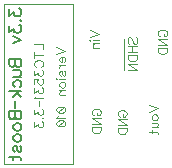
<source format=gbr>
G04 DipTrace 3.0.0.2*
G04 BottomSilk.gbr*
%MOIN*%
G04 #@! TF.FileFunction,Legend,Bot*
G04 #@! TF.Part,Single*
%ADD18C,0.001312*%
%ADD19C,0.003937*%
%ADD46C,0.004632*%
%ADD48C,0.006176*%
%FSLAX26Y26*%
G04*
G70*
G90*
G75*
G01*
G04 BotSilk*
%LPD*%
X405827Y960945D2*
D18*
X634173D1*
Y429449D1*
X405827D1*
Y960945D1*
X803465Y740472D2*
D19*
Y846772D1*
X704539Y590951D2*
D46*
X701687Y592377D1*
X698802Y595262D1*
X697376Y598114D1*
Y603851D1*
X698802Y606736D1*
X701687Y609588D1*
X704539Y611047D1*
X708850Y612473D1*
X716046D1*
X720324Y611047D1*
X723209Y609588D1*
X726061Y606736D1*
X727520Y603851D1*
Y598114D1*
X726061Y595262D1*
X723209Y592377D1*
X720324Y590951D1*
X716046D1*
Y598114D1*
X697376Y561592D2*
X727520Y561591D1*
X697376Y581688D1*
X727520Y581687D1*
X697376Y552328D2*
X727520D1*
Y542280D1*
X726061Y537969D1*
X723209Y535084D1*
X720324Y533658D1*
X716046Y532232D1*
X708850D1*
X704539Y533658D1*
X701687Y535084D1*
X698802Y537969D1*
X697376Y542280D1*
Y552328D1*
X791153Y587014D2*
X788301Y588440D1*
X785416Y591325D1*
X783990Y594177D1*
Y599914D1*
X785416Y602799D1*
X788301Y605651D1*
X791153Y607110D1*
X795464Y608536D1*
X802660D1*
X806938Y607110D1*
X809823Y605651D1*
X812675Y602799D1*
X814134Y599914D1*
Y594177D1*
X812675Y591325D1*
X809823Y588440D1*
X806938Y587014D1*
X802660D1*
Y594177D1*
X783990Y557655D2*
X814134Y557654D1*
X783990Y577750D1*
X814134D1*
X783990Y548391D2*
X814134D1*
Y538343D1*
X812675Y534032D1*
X809823Y531147D1*
X806938Y529721D1*
X802660Y528295D1*
X795464D1*
X791153Y529721D1*
X788301Y531147D1*
X785416Y534032D1*
X783990Y538343D1*
Y548391D1*
X887429Y626444D2*
X917573Y614970D1*
X887429Y603496D1*
X897477Y587070D2*
X898903Y589922D1*
X901788Y592807D1*
X906099Y594233D1*
X908950D1*
X913262Y592807D1*
X916113Y589922D1*
X917573Y587070D1*
Y582759D1*
X916113Y579874D1*
X913262Y577022D1*
X908951Y575563D1*
X906099D1*
X901788Y577022D1*
X898903Y579874D1*
X897477Y582759D1*
Y587070D1*
Y566299D2*
X911836D1*
X916113Y564873D1*
X917573Y561988D1*
Y557677D1*
X916113Y554825D1*
X911836Y550514D1*
X897477D2*
X917573D1*
X887429Y536940D2*
X911836D1*
X916113Y535514D1*
X917573Y532629D1*
X917572Y529777D1*
X897477Y541251D2*
Y531203D1*
X822615Y830387D2*
X819730Y833239D1*
X818304Y837550D1*
Y843287D1*
X819730Y847598D1*
X822615Y850483D1*
X825467D1*
X828352Y849024D1*
X829778Y847598D1*
X831204Y844746D1*
X834089Y836124D1*
X835515Y833239D1*
X836974Y831813D1*
X839826Y830387D1*
X844137D1*
X846989Y833239D1*
X848448Y837550D1*
Y843287D1*
X846989Y847598D1*
X844137Y850483D1*
X818304Y821123D2*
X848448D1*
X818304Y801027D2*
X848448D1*
X832663Y821123D2*
Y801027D1*
X818304Y791764D2*
X848448D1*
Y781716D1*
X846989Y777405D1*
X844137Y774519D1*
X841252Y773094D1*
X836974Y771668D1*
X829778D1*
X825467Y773094D1*
X822615Y774520D1*
X819730Y777405D1*
X818304Y781716D1*
Y791764D1*
Y742308D2*
X848448D1*
X818304Y762404D1*
X848448D1*
X690678Y875059D2*
X720822Y863585D1*
X690678Y852112D1*
Y842848D2*
X692104Y841422D1*
X690678Y839963D1*
X689219Y841422D1*
X690678Y842848D1*
X700726Y841422D2*
X720822D1*
X700726Y830699D2*
X720822D1*
X706463D2*
X702152Y826388D1*
X700726Y823503D1*
Y819225D1*
X702152Y816340D1*
X706463Y814914D1*
X720822D1*
X925011Y854731D2*
X922160Y856157D1*
X919274Y859042D1*
X917849Y861893D1*
Y867630D1*
X919274Y870516D1*
X922160Y873367D1*
X925011Y874827D1*
X929322Y876252D1*
X936519D1*
X940796Y874827D1*
X943681Y873367D1*
X946533Y870516D1*
X947992Y867630D1*
Y861893D1*
X946533Y859042D1*
X943681Y856156D1*
X940796Y854731D1*
X936519D1*
Y861893D1*
X917849Y825371D2*
X947992D1*
X917849Y845467D1*
X947992D1*
X917848Y816108D2*
X947993Y816107D1*
Y806060D1*
X946533Y801749D1*
X943681Y798863D1*
X940796Y797438D1*
X936518Y796012D1*
X929322D1*
X925011Y797438D1*
X922159Y798863D1*
X919274Y801749D1*
X917848Y806060D1*
Y816108D1*
X505526Y829756D2*
X535670D1*
Y812545D1*
X505526Y793233D2*
X535670D1*
X505526Y803281D2*
Y783185D1*
X512689Y752400D2*
X509837Y753826D1*
X506952Y756711D1*
X505526Y759563D1*
Y765300D1*
X506952Y768185D1*
X509837Y771037D1*
X512689Y772496D1*
X517000Y773922D1*
X524196D1*
X528474Y772496D1*
X531359Y771037D1*
X534211Y768185D1*
X535670Y765300D1*
Y759563D1*
X534211Y756711D1*
X531359Y753826D1*
X528474Y752400D1*
X505559Y740251D2*
Y724499D1*
X517033Y733088D1*
Y728777D1*
X518459Y725925D1*
X519885Y724499D1*
X524196Y723040D1*
X527048D1*
X531359Y724499D1*
X534244Y727351D1*
X535670Y731662D1*
Y735973D1*
X534244Y740251D1*
X532785Y741677D1*
X529933Y743136D1*
X505559Y696566D2*
Y710891D1*
X518459Y712317D1*
X517033Y710891D1*
X515574Y706580D1*
Y702303D1*
X517033Y697992D1*
X519885Y695106D1*
X524196Y693681D1*
X527048D1*
X531359Y695106D1*
X534244Y697992D1*
X535670Y702303D1*
Y706580D1*
X534244Y710891D1*
X532785Y712317D1*
X529933Y713777D1*
X505559Y681532D2*
Y665780D1*
X517033Y674369D1*
Y670058D1*
X518459Y667206D1*
X519885Y665780D1*
X524196Y664321D1*
X527048D1*
X531359Y665780D1*
X534244Y668632D1*
X535670Y672943D1*
Y677254D1*
X534244Y681532D1*
X532785Y682958D1*
X529933Y684417D1*
X511296Y655057D2*
X509837Y652172D1*
X505559Y647861D1*
X535670D1*
X520614Y638598D2*
Y622017D1*
X505559Y609868D2*
Y594117D1*
X517033Y602705D1*
Y598394D1*
X518459Y595542D1*
X519885Y594117D1*
X524196Y592657D1*
X527048D1*
X531359Y594117D1*
X534244Y596968D1*
X535670Y601279D1*
Y605590D1*
X534244Y609868D1*
X532785Y611294D1*
X529933Y612753D1*
X532785Y581968D2*
X534244Y583394D1*
X535670Y581968D1*
X534244Y580509D1*
X532785Y581968D1*
X505559Y568360D2*
Y552608D1*
X517033Y561197D1*
Y556886D1*
X518459Y554034D1*
X519885Y552608D1*
X524196Y551149D1*
X527048D1*
X531359Y552608D1*
X534244Y555460D1*
X535670Y559771D1*
Y564082D1*
X534244Y568360D1*
X532785Y569786D1*
X529933Y571245D1*
X579522Y818538D2*
X609666Y807064D1*
X579522Y795590D1*
X598192Y786327D2*
Y769116D1*
X595307D1*
X592422Y770542D1*
X590996Y771968D1*
X589570Y774853D1*
Y779164D1*
X590996Y782016D1*
X593881Y784901D1*
X598192Y786327D1*
X601044D1*
X605355Y784901D1*
X608207Y782016D1*
X609666Y779164D1*
Y774853D1*
X608207Y771968D1*
X605355Y769116D1*
X589570Y759852D2*
X609666D1*
X598192D2*
X593881Y758393D1*
X590996Y755541D1*
X589570Y752656D1*
Y748345D1*
X593881Y723296D2*
X590996Y724722D1*
X589570Y729033D1*
Y733344D1*
X590996Y737655D1*
X593881Y739081D1*
X596733Y737655D1*
X598192Y734770D1*
X599618Y727607D1*
X601044Y724722D1*
X603929Y723296D1*
X605355D1*
X608207Y724722D1*
X609666Y729033D1*
Y733344D1*
X608207Y737655D1*
X605355Y739081D1*
X579522Y714033D2*
X580948Y712607D1*
X579522Y711148D1*
X578063Y712607D1*
X579522Y714033D1*
X589570Y712607D2*
X609666D1*
X589570Y694721D2*
X590996Y697573D1*
X593881Y700458D1*
X598192Y701884D1*
X601044D1*
X605355Y700458D1*
X608207Y697573D1*
X609666Y694721D1*
Y690410D1*
X608207Y687525D1*
X605355Y684673D1*
X601044Y683214D1*
X598192D1*
X593881Y684673D1*
X590996Y687525D1*
X589570Y690410D1*
Y694721D1*
Y673951D2*
X609666D1*
X595307D2*
X590996Y669640D1*
X589570Y666755D1*
Y662477D1*
X590996Y659592D1*
X595307Y658166D1*
X609666D1*
X579555Y611120D2*
X580981Y615431D1*
X585292Y618316D1*
X592455Y619742D1*
X596766D1*
X603929Y618316D1*
X608240Y615431D1*
X609666Y611120D1*
Y608268D1*
X608240Y603957D1*
X603929Y601105D1*
X596766Y599646D1*
X592455D1*
X585292Y601105D1*
X580981Y603957D1*
X579555Y608268D1*
Y611120D1*
X585292Y601105D2*
X603929Y618316D1*
X585292Y590382D2*
X583833Y587497D1*
X579555Y583186D1*
X609666D1*
X579555Y565300D2*
X580981Y569611D1*
X585292Y572497D1*
X592455Y573922D1*
X596766D1*
X603929Y572496D1*
X608240Y569611D1*
X609666Y565300D1*
Y562449D1*
X608240Y558138D1*
X603929Y555286D1*
X596766Y553827D1*
X592455D1*
X585292Y555286D1*
X580981Y558138D1*
X579555Y562449D1*
Y565300D1*
X585292Y555286D2*
X603929Y572496D1*
X422347Y944586D2*
D48*
Y923583D1*
X437646Y935035D1*
Y929287D1*
X439547Y925485D1*
X441449Y923583D1*
X447197Y921638D1*
X450999D1*
X456747Y923583D1*
X460594Y927386D1*
X462495Y933134D1*
Y938882D1*
X460594Y944586D1*
X458648Y946487D1*
X454846Y948433D1*
X458648Y907385D2*
X460594Y909286D1*
X462495Y907385D1*
X460594Y905440D1*
X458648Y907385D1*
X422347Y889242D2*
Y868239D1*
X437646Y879691D1*
Y873943D1*
X439547Y870140D1*
X441449Y868239D1*
X447197Y866294D1*
X450999D1*
X456747Y868239D1*
X460594Y872042D1*
X462495Y877790D1*
Y883538D1*
X460594Y889242D1*
X458648Y891143D1*
X454846Y893088D1*
X435701Y853942D2*
X462495Y842446D1*
X435701Y830994D1*
X422303Y779762D2*
X462495D1*
Y762518D1*
X460550Y756770D1*
X458648Y754869D1*
X454846Y752967D1*
X449098D1*
X445251Y754869D1*
X443350Y756770D1*
X441449Y762518D1*
X439503Y756770D1*
X437602Y754869D1*
X433799Y752967D1*
X429952D1*
X426150Y754869D1*
X424204Y756770D1*
X422303Y762518D1*
Y779762D1*
X441449D2*
Y762518D1*
X435701Y740616D2*
X454846D1*
X460550Y738715D1*
X462495Y734868D1*
Y729120D1*
X460550Y725317D1*
X454846Y719569D1*
X435701D2*
X462495D1*
X441449Y684226D2*
X437602Y688073D1*
X435701Y691919D1*
Y697623D1*
X437602Y701470D1*
X441449Y705273D1*
X447197Y707218D1*
X450999D1*
X456747Y705273D1*
X460550Y701470D1*
X462495Y697623D1*
Y691919D1*
X460550Y688073D1*
X456747Y684226D1*
X422303Y671875D2*
X462495D1*
X435701Y652729D2*
X454846Y671875D1*
X447197Y664225D2*
X462495Y650828D1*
X442421Y638476D2*
Y616369D1*
X422303Y604017D2*
X462495D1*
Y586773D1*
X460550Y581025D1*
X458648Y579124D1*
X454846Y577223D1*
X449098D1*
X445251Y579124D1*
X443350Y581025D1*
X441449Y586773D1*
X439503Y581025D1*
X437602Y579124D1*
X433799Y577223D1*
X429953D1*
X426150Y579124D1*
X424204Y581025D1*
X422303Y586773D1*
Y604017D1*
X441449D2*
Y586773D1*
X435701Y555321D2*
X437602Y559123D1*
X441449Y562970D1*
X447197Y564871D1*
X450999D1*
X456747Y562970D1*
X460550Y559123D1*
X462495Y555321D1*
Y549573D1*
X460550Y545726D1*
X456747Y541923D1*
X450999Y539978D1*
X447197D1*
X441449Y541923D1*
X437602Y545726D1*
X435701Y549573D1*
Y555321D1*
Y518076D2*
X437602Y521878D1*
X441449Y525725D1*
X447197Y527626D1*
X450999D1*
X456747Y525725D1*
X460550Y521878D1*
X462495Y518076D1*
Y512328D1*
X460550Y508481D1*
X456747Y504679D1*
X450999Y502733D1*
X447197D1*
X441449Y504679D1*
X437602Y508481D1*
X435701Y512328D1*
Y518076D1*
X441449Y469335D2*
X437602Y471236D1*
X435701Y476984D1*
Y482732D1*
X437602Y488480D1*
X441449Y490382D1*
X445251Y488480D1*
X447197Y484634D1*
X449098Y475083D1*
X450999Y471236D1*
X454846Y469335D1*
X456747D1*
X460550Y471236D1*
X462495Y476984D1*
Y482732D1*
X460550Y488480D1*
X456747Y490382D1*
X422303Y451236D2*
X454846D1*
X460550Y449334D1*
X462495Y445488D1*
Y441685D1*
X435701Y456984D2*
Y443586D1*
M02*

</source>
